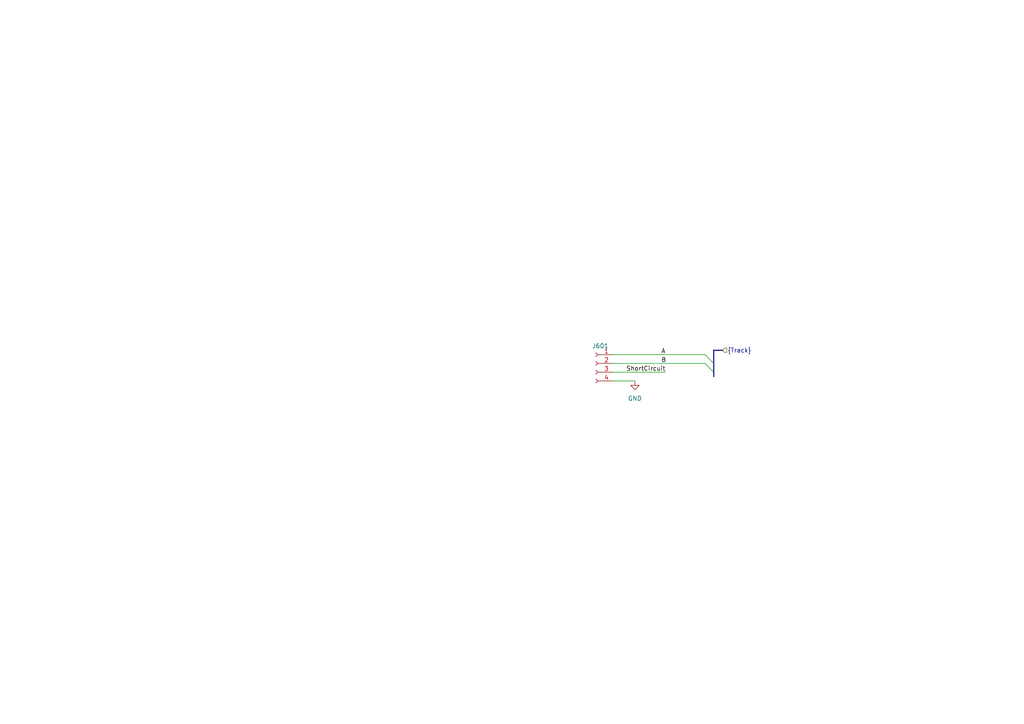
<source format=kicad_sch>
(kicad_sch (version 20230121) (generator eeschema)
  (paper "A4")
  (lib_symbols
    (symbol "Connector:Conn_01x04_Socket" (pin_names (offset 1.016) hide)
      (property "Reference" "J" (at 0 5.08 0))
      (property "Value" "Conn_01x04_Socket" (at 0 -7.62 0))
      (symbol "Conn_01x04_Socket_1_1"
        (arc (start 0 -4.572) (mid -0.5058 -5.08) (end 0 -5.588) (stroke (width 0.1524)))
        (arc (start 0 -2.032) (mid -0.5058 -2.54) (end 0 -3.048) (stroke (width 0.1524)))
        (polyline (pts (xy -1.27 -5.08) (xy -0.508 -5.08)) (stroke (width 0.1524)))
        (polyline (pts (xy -1.27 -2.54) (xy -0.508 -2.54)) (stroke (width 0.1524)))
        (polyline (pts (xy -1.27 0) (xy -0.508 0)) (stroke (width 0.1524)))
        (polyline (pts (xy -1.27 2.54) (xy -0.508 2.54)) (stroke (width 0.1524)))
        (arc (start 0 0.508) (mid -0.5058 0) (end 0 -0.508) (stroke (width 0.1524)))
        (arc (start 0 3.048) (mid -0.5058 2.54) (end 0 2.032) (stroke (width 0.1524)))
        (pin passive line (at -5.08 2.54 0) (length 3.81) (name "Pin_1") (number "1"))
        (pin passive line (at -5.08 0 0) (length 3.81) (name "Pin_2") (number "2"))
        (pin passive line (at -5.08 -2.54 0) (length 3.81) (name "Pin_3") (number "3"))
        (pin passive line (at -5.08 -5.08 0) (length 3.81) (name "Pin_4") (number "4"))
      )
    )
    (symbol "power:GND" (power) (pin_names (offset 0))
      (property "Value" "GND" (at 0 -3.81 0))
      (symbol "GND_0_1"
        (polyline (pts (xy 0 0) (xy 0 -1.27) (xy 1.27 -1.27) (xy 0 -2.54) (xy -1.27 -1.27) (xy 0 -1.27)))
      )
      (symbol "GND_1_1"
        (pin power_in line (at 0 0 270) (length 0) hide (name "GND") (number "1"))
      )
    )
  )
  (bus_entry (at 204.47 102.87) (size 2.54 2.54))
  (bus_entry (at 204.47 105.41) (size 2.54 2.54))
  (bus (pts (xy 209.55 101.6) (xy 207.01 101.6)))
  (wire (pts (xy 193.04 107.95) (xy 177.8 107.95)))
  (bus (pts (xy 207.01 107.95) (xy 207.01 109.22)))
  (bus (pts (xy 207.01 105.41) (xy 207.01 107.95)))
  (wire (pts (xy 177.8 102.87) (xy 204.47 102.87)))
  (wire (pts (xy 177.8 105.41) (xy 204.47 105.41)))
  (bus (pts (xy 207.01 101.6) (xy 207.01 105.41)))
  (wire (pts (xy 177.8 110.49) (xy 184.15 110.49)))
  (label "ShortCircuit" (at 193.04 107.95 180))
  (label "B" (at 191.77 105.41 0))
  (label "A" (at 191.77 102.87 0))
  (hierarchical_label "{Track}" (shape input) (at 209.55 101.6 0))
  (symbol (lib_id "Connector:Conn_01x04_Socket") (at 172.72 105.41 0) (mirror y) (unit 1)
    (property "Reference" "J601" (at 176.53 100.33 0) (effects (justify left)))
    (property "Value" "Conn_01x04_Socket" (effects hide))
    (property "Footprint" "Connector_PinSocket_2.54mm:PinSocket_1x04_P2.54mm_Horizontal" (effects hide))
    (property "JLCPCB Part#" "C2935994" (effects hide))
  )
  (symbol (lib_id "power:GND") (at 184.15 110.49 0) (unit 1)
    (property "Reference" "#PWR02" (effects hide))
    (property "Value" "GND" (at 184.15 115.57 0))
  )
)
</source>
